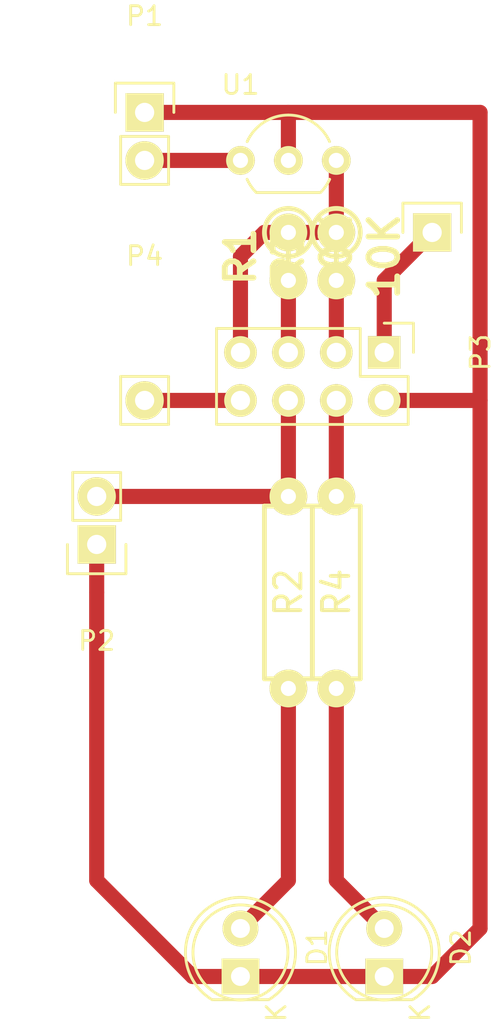
<source format=kicad_pcb>
(kicad_pcb (version 4) (host pcbnew 4.0.2+dfsg1-stable)

  (general
    (links 18)
    (no_connects 0)
    (area 139.505001 118.235 166.095 171.905001)
    (thickness 1.6)
    (drawings 0)
    (tracks 31)
    (zones 0)
    (modules 11)
    (nets 12)
  )

  (page A4)
  (layers
    (0 F.Cu signal)
    (31 B.Cu signal)
    (32 B.Adhes user)
    (33 F.Adhes user)
    (34 B.Paste user)
    (35 F.Paste user)
    (36 B.SilkS user)
    (37 F.SilkS user)
    (38 B.Mask user)
    (39 F.Mask user)
    (40 Dwgs.User user)
    (41 Cmts.User user)
    (42 Eco1.User user)
    (43 Eco2.User user)
    (44 Edge.Cuts user)
    (45 Margin user)
    (46 B.CrtYd user)
    (47 F.CrtYd user)
    (48 B.Fab user)
    (49 F.Fab user)
  )

  (setup
    (last_trace_width 0.25)
    (user_trace_width 0.8)
    (trace_clearance 0.2)
    (zone_clearance 0.508)
    (zone_45_only no)
    (trace_min 0.2)
    (segment_width 0.2)
    (edge_width 0.1)
    (via_size 0.6)
    (via_drill 0.4)
    (via_min_size 0.4)
    (via_min_drill 0.3)
    (uvia_size 0.3)
    (uvia_drill 0.1)
    (uvias_allowed no)
    (uvia_min_size 0.2)
    (uvia_min_drill 0.1)
    (pcb_text_width 0.3)
    (pcb_text_size 1.5 1.5)
    (mod_edge_width 0.15)
    (mod_text_size 1 1)
    (mod_text_width 0.15)
    (pad_size 1.5 1.5)
    (pad_drill 0.6)
    (pad_to_mask_clearance 0)
    (aux_axis_origin 0 0)
    (visible_elements FFFFFF7F)
    (pcbplotparams
      (layerselection 0x00000_00000001)
      (usegerberextensions false)
      (excludeedgelayer true)
      (linewidth 0.100000)
      (plotframeref false)
      (viasonmask false)
      (mode 1)
      (useauxorigin false)
      (hpglpennumber 1)
      (hpglpenspeed 20)
      (hpglpendiameter 15)
      (hpglpenoverlay 2)
      (psnegative false)
      (psa4output false)
      (plotreference true)
      (plotvalue true)
      (plotinvisibletext false)
      (padsonsilk false)
      (subtractmaskfromsilk false)
      (outputformat 1)
      (mirror false)
      (drillshape 0)
      (scaleselection 1)
      (outputdirectory ""))
  )

  (net 0 "")
  (net 1 "Net-(D1-Pad1)")
  (net 2 "Net-(D1-Pad2)")
  (net 3 "Net-(D2-Pad2)")
  (net 4 "Net-(P1-Pad2)")
  (net 5 "Net-(P2-Pad2)")
  (net 6 "Net-(P3-Pad1)")
  (net 7 "Net-(P3-Pad3)")
  (net 8 "Net-(P3-Pad4)")
  (net 9 "Net-(P3-Pad5)")
  (net 10 "Net-(P3-Pad7)")
  (net 11 "Net-(P3-Pad8)")

  (net_class Default "This is the default net class."
    (clearance 0.2)
    (trace_width 0.25)
    (via_dia 0.6)
    (via_drill 0.4)
    (uvia_dia 0.3)
    (uvia_drill 0.1)
    (add_net "Net-(D1-Pad1)")
    (add_net "Net-(D1-Pad2)")
    (add_net "Net-(D2-Pad2)")
    (add_net "Net-(P1-Pad2)")
    (add_net "Net-(P2-Pad2)")
    (add_net "Net-(P3-Pad1)")
    (add_net "Net-(P3-Pad3)")
    (add_net "Net-(P3-Pad4)")
    (add_net "Net-(P3-Pad5)")
    (add_net "Net-(P3-Pad7)")
    (add_net "Net-(P3-Pad8)")
  )

  (module Pin_Headers:Pin_Header_Straight_1x02 (layer F.Cu) (tedit 56EC042A) (tstamp 56EAE902)
    (at 147.32 137.16)
    (descr "Through hole pin header")
    (tags "pin header")
    (path /56E9BEE9)
    (fp_text reference P4 (at 0 -5.1) (layer F.SilkS)
      (effects (font (size 1 1) (thickness 0.15)))
    )
    (fp_text value TX (at 15.24 -8.89) (layer F.Fab)
      (effects (font (size 1 1) (thickness 0.15)))
    )
    (fp_text user RX (at 0 0) (layer Eco2.User)
      (effects (font (size 1 1) (thickness 0.15)))
    )
    (fp_line (start 1.27 1.27) (end 1.27 3.81) (layer F.SilkS) (width 0.15))
    (fp_line (start 16.79 -7.9) (end 16.79 -6.35) (layer F.SilkS) (width 0.15))
    (fp_line (start 13.49 -8.1) (end 16.99 -8.1) (layer F.CrtYd) (width 0.05))
    (fp_line (start 1.27 1.27) (end -1.27 1.27) (layer F.SilkS) (width 0.15))
    (fp_line (start 13.69 -6.35) (end 13.69 -7.9) (layer F.SilkS) (width 0.15))
    (fp_line (start 13.69 -7.9) (end 16.79 -7.9) (layer F.SilkS) (width 0.15))
    (fp_line (start -1.27 1.27) (end -1.27 3.81) (layer F.SilkS) (width 0.15))
    (fp_line (start -1.27 3.81) (end 1.27 3.81) (layer F.SilkS) (width 0.15))
    (pad 1 thru_hole rect (at 15.24 -6.35) (size 2.032 2.032) (drill 1.016) (layers *.Cu *.Mask F.SilkS)
      (net 6 "Net-(P3-Pad1)"))
    (pad 2 thru_hole oval (at 0 2.54) (size 2.032 2.032) (drill 1.016) (layers *.Cu *.Mask F.SilkS)
      (net 11 "Net-(P3-Pad8)"))
    (model Pin_Headers.3dshapes/Pin_Header_Straight_1x02.wrl
      (at (xyz 0 -0.05 0))
      (scale (xyz 1 1 1))
      (rotate (xyz 0 0 90))
    )
  )

  (module TO_SOT_Packages_THT:TO-92_Inline_Wide (layer F.Cu) (tedit 56EC0449) (tstamp 56EAE93A)
    (at 152.4 127)
    (descr "TO-92 leads in-line, wide, drill 0.8mm (see NXP sot054_po.pdf)")
    (tags "to-92 sc-43 sc-43a sot54 PA33 transistor")
    (path /56E9AE54)
    (fp_text reference U1 (at 0 -4 180) (layer F.SilkS)
      (effects (font (size 1 1) (thickness 0.15)))
    )
    (fp_text value "" (at 0 3 90) (layer F.Fab)
      (effects (font (size 1 1) (thickness 0.15)))
    )
    (fp_arc (start 2.54 0) (end 0.84 1.7) (angle 20.5) (layer F.SilkS) (width 0.15))
    (fp_arc (start 2.54 0) (end 4.24 1.7) (angle -20.5) (layer F.SilkS) (width 0.15))
    (fp_line (start -1 1.95) (end -1 -2.65) (layer F.CrtYd) (width 0.05))
    (fp_line (start -1 1.95) (end 6.1 1.95) (layer F.CrtYd) (width 0.05))
    (fp_line (start 0.84 1.7) (end 4.24 1.7) (layer F.SilkS) (width 0.15))
    (fp_arc (start 2.54 0) (end 2.54 -2.4) (angle -65.55604127) (layer F.SilkS) (width 0.15))
    (fp_arc (start 2.54 0) (end 2.54 -2.4) (angle 65.55604127) (layer F.SilkS) (width 0.15))
    (fp_line (start -1 -2.65) (end 6.1 -2.65) (layer F.CrtYd) (width 0.05))
    (fp_line (start 6.1 1.95) (end 6.1 -2.65) (layer F.CrtYd) (width 0.05))
    (pad 2 thru_hole circle (at 5.08 0 90) (size 1.524 1.524) (drill 0.8) (layers *.Cu *.Mask F.SilkS)
      (net 10 "Net-(P3-Pad7)"))
    (pad 3 thru_hole circle (at 0 0 90) (size 1.524 1.524) (drill 0.8) (layers *.Cu *.Mask F.SilkS)
      (net 4 "Net-(P1-Pad2)"))
    (pad 1 thru_hole circle (at 2.54 0 90) (size 1.524 1.524) (drill 0.8) (layers *.Cu *.Mask F.SilkS)
      (net 1 "Net-(D1-Pad1)"))
    (model TO_SOT_Packages_THT.3dshapes/TO-92_Inline_Wide.wrl
      (at (xyz 0.1 0 0))
      (scale (xyz 1 1 1))
      (rotate (xyz 0 0 -90))
    )
  )

  (module LEDs:LED-5MM (layer F.Cu) (tedit 5570F7EA) (tstamp 56EAE8AB)
    (at 152.4 170.18 90)
    (descr "LED 5mm round vertical")
    (tags "LED 5mm round vertical")
    (path /56E9A353)
    (fp_text reference D1 (at 1.524 4.064 90) (layer F.SilkS)
      (effects (font (size 1 1) (thickness 0.15)))
    )
    (fp_text value RED (at 1.524 -3.937 90) (layer F.Fab)
      (effects (font (size 1 1) (thickness 0.15)))
    )
    (fp_line (start -1.5 -1.55) (end -1.5 1.55) (layer F.CrtYd) (width 0.05))
    (fp_arc (start 1.3 0) (end -1.5 1.55) (angle -302) (layer F.CrtYd) (width 0.05))
    (fp_arc (start 1.27 0) (end -1.23 -1.5) (angle 297.5) (layer F.SilkS) (width 0.15))
    (fp_line (start -1.23 1.5) (end -1.23 -1.5) (layer F.SilkS) (width 0.15))
    (fp_circle (center 1.27 0) (end 0.97 -2.5) (layer F.SilkS) (width 0.15))
    (fp_text user K (at -1.905 1.905 90) (layer F.SilkS)
      (effects (font (size 1 1) (thickness 0.15)))
    )
    (pad 1 thru_hole rect (at 0 0 180) (size 2 1.9) (drill 1.00076) (layers *.Cu *.Mask F.SilkS)
      (net 1 "Net-(D1-Pad1)"))
    (pad 2 thru_hole circle (at 2.54 0 90) (size 1.9 1.9) (drill 1.00076) (layers *.Cu *.Mask F.SilkS)
      (net 2 "Net-(D1-Pad2)"))
    (model LEDs.3dshapes/LED-5MM.wrl
      (at (xyz 0.05 0 0))
      (scale (xyz 1 1 1))
      (rotate (xyz 0 0 90))
    )
  )

  (module LEDs:LED-5MM (layer F.Cu) (tedit 5570F7EA) (tstamp 56EAE8B7)
    (at 160.02 170.18 90)
    (descr "LED 5mm round vertical")
    (tags "LED 5mm round vertical")
    (path /56E9A3F4)
    (fp_text reference D2 (at 1.524 4.064 90) (layer F.SilkS)
      (effects (font (size 1 1) (thickness 0.15)))
    )
    (fp_text value BLUE (at 1.524 -3.937 90) (layer F.Fab)
      (effects (font (size 1 1) (thickness 0.15)))
    )
    (fp_line (start -1.5 -1.55) (end -1.5 1.55) (layer F.CrtYd) (width 0.05))
    (fp_arc (start 1.3 0) (end -1.5 1.55) (angle -302) (layer F.CrtYd) (width 0.05))
    (fp_arc (start 1.27 0) (end -1.23 -1.5) (angle 297.5) (layer F.SilkS) (width 0.15))
    (fp_line (start -1.23 1.5) (end -1.23 -1.5) (layer F.SilkS) (width 0.15))
    (fp_circle (center 1.27 0) (end 0.97 -2.5) (layer F.SilkS) (width 0.15))
    (fp_text user K (at -1.905 1.905 90) (layer F.SilkS)
      (effects (font (size 1 1) (thickness 0.15)))
    )
    (pad 1 thru_hole rect (at 0 0 180) (size 2 1.9) (drill 1.00076) (layers *.Cu *.Mask F.SilkS)
      (net 1 "Net-(D1-Pad1)"))
    (pad 2 thru_hole circle (at 2.54 0 90) (size 1.9 1.9) (drill 1.00076) (layers *.Cu *.Mask F.SilkS)
      (net 3 "Net-(D2-Pad2)"))
    (model LEDs.3dshapes/LED-5MM.wrl
      (at (xyz 0.05 0 0))
      (scale (xyz 1 1 1))
      (rotate (xyz 0 0 90))
    )
  )

  (module Pin_Headers:Pin_Header_Straight_1x02 (layer F.Cu) (tedit 54EA090C) (tstamp 56EAE8C8)
    (at 147.32 124.46)
    (descr "Through hole pin header")
    (tags "pin header")
    (path /56E9BF65)
    (fp_text reference P1 (at 0 -5.1) (layer F.SilkS)
      (effects (font (size 1 1) (thickness 0.15)))
    )
    (fp_text value "VCC, GND" (at 0 -3.1) (layer F.Fab)
      (effects (font (size 1 1) (thickness 0.15)))
    )
    (fp_line (start 1.27 1.27) (end 1.27 3.81) (layer F.SilkS) (width 0.15))
    (fp_line (start 1.55 -1.55) (end 1.55 0) (layer F.SilkS) (width 0.15))
    (fp_line (start -1.75 -1.75) (end -1.75 4.3) (layer F.CrtYd) (width 0.05))
    (fp_line (start 1.75 -1.75) (end 1.75 4.3) (layer F.CrtYd) (width 0.05))
    (fp_line (start -1.75 -1.75) (end 1.75 -1.75) (layer F.CrtYd) (width 0.05))
    (fp_line (start -1.75 4.3) (end 1.75 4.3) (layer F.CrtYd) (width 0.05))
    (fp_line (start 1.27 1.27) (end -1.27 1.27) (layer F.SilkS) (width 0.15))
    (fp_line (start -1.55 0) (end -1.55 -1.55) (layer F.SilkS) (width 0.15))
    (fp_line (start -1.55 -1.55) (end 1.55 -1.55) (layer F.SilkS) (width 0.15))
    (fp_line (start -1.27 1.27) (end -1.27 3.81) (layer F.SilkS) (width 0.15))
    (fp_line (start -1.27 3.81) (end 1.27 3.81) (layer F.SilkS) (width 0.15))
    (pad 1 thru_hole rect (at 0 0) (size 2.032 2.032) (drill 1.016) (layers *.Cu *.Mask F.SilkS)
      (net 1 "Net-(D1-Pad1)"))
    (pad 2 thru_hole oval (at 0 2.54) (size 2.032 2.032) (drill 1.016) (layers *.Cu *.Mask F.SilkS)
      (net 4 "Net-(P1-Pad2)"))
    (model Pin_Headers.3dshapes/Pin_Header_Straight_1x02.wrl
      (at (xyz 0 -0.05 0))
      (scale (xyz 1 1 1))
      (rotate (xyz 0 0 90))
    )
  )

  (module Pin_Headers:Pin_Header_Straight_1x02 (layer F.Cu) (tedit 54EA090C) (tstamp 56EAE8D9)
    (at 144.78 147.32 180)
    (descr "Through hole pin header")
    (tags "pin header")
    (path /56E9C021)
    (fp_text reference P2 (at 0 -5.1 180) (layer F.SilkS)
      (effects (font (size 1 1) (thickness 0.15)))
    )
    (fp_text value GPIO0->GND (at 0 -3.1 180) (layer F.Fab)
      (effects (font (size 1 1) (thickness 0.15)))
    )
    (fp_line (start 1.27 1.27) (end 1.27 3.81) (layer F.SilkS) (width 0.15))
    (fp_line (start 1.55 -1.55) (end 1.55 0) (layer F.SilkS) (width 0.15))
    (fp_line (start -1.75 -1.75) (end -1.75 4.3) (layer F.CrtYd) (width 0.05))
    (fp_line (start 1.75 -1.75) (end 1.75 4.3) (layer F.CrtYd) (width 0.05))
    (fp_line (start -1.75 -1.75) (end 1.75 -1.75) (layer F.CrtYd) (width 0.05))
    (fp_line (start -1.75 4.3) (end 1.75 4.3) (layer F.CrtYd) (width 0.05))
    (fp_line (start 1.27 1.27) (end -1.27 1.27) (layer F.SilkS) (width 0.15))
    (fp_line (start -1.55 0) (end -1.55 -1.55) (layer F.SilkS) (width 0.15))
    (fp_line (start -1.55 -1.55) (end 1.55 -1.55) (layer F.SilkS) (width 0.15))
    (fp_line (start -1.27 1.27) (end -1.27 3.81) (layer F.SilkS) (width 0.15))
    (fp_line (start -1.27 3.81) (end 1.27 3.81) (layer F.SilkS) (width 0.15))
    (pad 1 thru_hole rect (at 0 0 180) (size 2.032 2.032) (drill 1.016) (layers *.Cu *.Mask F.SilkS)
      (net 1 "Net-(D1-Pad1)"))
    (pad 2 thru_hole oval (at 0 2.54 180) (size 2.032 2.032) (drill 1.016) (layers *.Cu *.Mask F.SilkS)
      (net 5 "Net-(P2-Pad2)"))
    (model Pin_Headers.3dshapes/Pin_Header_Straight_1x02.wrl
      (at (xyz 0 -0.05 0))
      (scale (xyz 1 1 1))
      (rotate (xyz 0 0 90))
    )
  )

  (module Pin_Headers:Pin_Header_Straight_2x04 (layer F.Cu) (tedit 56EC0437) (tstamp 56EAE8F1)
    (at 160.02 137.16 270)
    (descr "Through hole pin header")
    (tags "pin header")
    (path /56E9B273)
    (fp_text reference P3 (at 0 -5.1 270) (layer F.SilkS)
      (effects (font (size 1 1) (thickness 0.15)))
    )
    (fp_text value "" (at 0 -3.1 270) (layer F.Fab)
      (effects (font (size 1 1) (thickness 0.15)))
    )
    (fp_line (start -1.75 -1.75) (end -1.75 9.4) (layer F.CrtYd) (width 0.05))
    (fp_line (start 4.3 -1.75) (end 4.3 9.4) (layer F.CrtYd) (width 0.05))
    (fp_line (start -1.75 -1.75) (end 4.3 -1.75) (layer F.CrtYd) (width 0.05))
    (fp_line (start -1.75 9.4) (end 4.3 9.4) (layer F.CrtYd) (width 0.05))
    (fp_line (start -1.27 1.27) (end -1.27 8.89) (layer F.SilkS) (width 0.15))
    (fp_line (start -1.27 8.89) (end 3.81 8.89) (layer F.SilkS) (width 0.15))
    (fp_line (start 3.81 8.89) (end 3.81 -1.27) (layer F.SilkS) (width 0.15))
    (fp_line (start 3.81 -1.27) (end 1.27 -1.27) (layer F.SilkS) (width 0.15))
    (fp_line (start 0 -1.55) (end -1.55 -1.55) (layer F.SilkS) (width 0.15))
    (fp_line (start 1.27 -1.27) (end 1.27 1.27) (layer F.SilkS) (width 0.15))
    (fp_line (start 1.27 1.27) (end -1.27 1.27) (layer F.SilkS) (width 0.15))
    (fp_line (start -1.55 -1.55) (end -1.55 0) (layer F.SilkS) (width 0.15))
    (pad 1 thru_hole rect (at 0 0 270) (size 1.7272 1.7272) (drill 1.016) (layers *.Cu *.Mask F.SilkS)
      (net 6 "Net-(P3-Pad1)"))
    (pad 2 thru_hole oval (at 2.54 0 270) (size 1.7272 1.7272) (drill 1.016) (layers *.Cu *.Mask F.SilkS)
      (net 1 "Net-(D1-Pad1)"))
    (pad 3 thru_hole oval (at 0 2.54 270) (size 1.7272 1.7272) (drill 1.016) (layers *.Cu *.Mask F.SilkS)
      (net 7 "Net-(P3-Pad3)"))
    (pad 4 thru_hole oval (at 2.54 2.54 270) (size 1.7272 1.7272) (drill 1.016) (layers *.Cu *.Mask F.SilkS)
      (net 8 "Net-(P3-Pad4)"))
    (pad 5 thru_hole oval (at 0 5.08 270) (size 1.7272 1.7272) (drill 1.016) (layers *.Cu *.Mask F.SilkS)
      (net 9 "Net-(P3-Pad5)"))
    (pad 6 thru_hole oval (at 2.54 5.08 270) (size 1.7272 1.7272) (drill 1.016) (layers *.Cu *.Mask F.SilkS)
      (net 5 "Net-(P2-Pad2)"))
    (pad 7 thru_hole oval (at 0 7.62 270) (size 1.7272 1.7272) (drill 1.016) (layers *.Cu *.Mask F.SilkS)
      (net 10 "Net-(P3-Pad7)"))
    (pad 8 thru_hole oval (at 2.54 7.62 270) (size 1.7272 1.7272) (drill 1.016) (layers *.Cu *.Mask F.SilkS)
      (net 11 "Net-(P3-Pad8)"))
    (model Pin_Headers.3dshapes/Pin_Header_Straight_2x04.wrl
      (at (xyz 0.05 -0.15 0))
      (scale (xyz 1 1 1))
      (rotate (xyz 0 0 90))
    )
  )

  (module w_pth_resistors:rc05_vert (layer F.Cu) (tedit 0) (tstamp 56EAE90A)
    (at 154.94 132.08 270)
    (descr "Resistor, RC05 vertical")
    (path /56E9A207)
    (fp_text reference R1 (at 0 2.54 270) (layer F.SilkS)
      (effects (font (thickness 0.3048)))
    )
    (fp_text value 10K (at 0 -2.54 270) (layer F.SilkS)
      (effects (font (thickness 0.3048)))
    )
    (fp_line (start -1.27 0) (end 1.27 0) (layer F.SilkS) (width 0.254))
    (fp_circle (center -1.27 0) (end 0 0) (layer F.SilkS) (width 0.254))
    (pad 1 thru_hole circle (at -1.27 0 270) (size 1.99898 1.99898) (drill 0.8001) (layers *.Cu *.Mask F.SilkS)
      (net 10 "Net-(P3-Pad7)"))
    (pad 2 thru_hole circle (at 1.27 0 270) (size 1.99898 1.99898) (drill 0.8001) (layers *.Cu *.Mask F.SilkS)
      (net 9 "Net-(P3-Pad5)"))
    (model walter/pth_resistors/rc05vert.wrl
      (at (xyz 0 0 0))
      (scale (xyz 1 1 1))
      (rotate (xyz 0 0 0))
    )
  )

  (module w_pth_resistors:RC05 (layer F.Cu) (tedit 0) (tstamp 56EAE916)
    (at 154.94 149.86 270)
    (descr "Resistor, RC05")
    (tags R)
    (path /56E9A0E8)
    (autoplace_cost180 10)
    (fp_text reference R2 (at 0 0 270) (layer F.SilkS)
      (effects (font (size 1.397 1.27) (thickness 0.2032)))
    )
    (fp_text value 560 (at 0 2.032 270) (layer F.SilkS) hide
      (effects (font (size 1.397 1.27) (thickness 0.2032)))
    )
    (fp_line (start 4.572 1.27) (end -4.572 1.27) (layer F.SilkS) (width 0.254))
    (fp_line (start -4.572 1.27) (end -4.572 -1.27) (layer F.SilkS) (width 0.254))
    (fp_line (start -4.572 -1.27) (end 4.572 -1.27) (layer F.SilkS) (width 0.254))
    (fp_line (start 4.572 -1.27) (end 4.572 1.27) (layer F.SilkS) (width 0.254))
    (fp_line (start -5.08 0) (end -4.572 0) (layer F.SilkS) (width 0.3048))
    (fp_line (start 5.08 0) (end 4.572 0) (layer F.SilkS) (width 0.3048))
    (pad 1 thru_hole circle (at -5.08 0 270) (size 1.99898 1.99898) (drill 0.8001) (layers *.Cu *.Mask F.SilkS)
      (net 5 "Net-(P2-Pad2)"))
    (pad 2 thru_hole circle (at 5.08 0 270) (size 1.99898 1.99898) (drill 0.8001) (layers *.Cu *.Mask F.SilkS)
      (net 2 "Net-(D1-Pad2)"))
    (model walter/pth_resistors/rc05.wrl
      (at (xyz 0 0 0))
      (scale (xyz 1 1 1))
      (rotate (xyz 0 0 0))
    )
  )

  (module w_pth_resistors:rc05_vert (layer F.Cu) (tedit 0) (tstamp 56EAE91E)
    (at 157.48 132.08 270)
    (descr "Resistor, RC05 vertical")
    (path /56E9A2D8)
    (fp_text reference R3 (at 0 2.54 270) (layer F.SilkS)
      (effects (font (thickness 0.3048)))
    )
    (fp_text value 10K (at 0 -2.54 270) (layer F.SilkS)
      (effects (font (thickness 0.3048)))
    )
    (fp_line (start -1.27 0) (end 1.27 0) (layer F.SilkS) (width 0.254))
    (fp_circle (center -1.27 0) (end 0 0) (layer F.SilkS) (width 0.254))
    (pad 1 thru_hole circle (at -1.27 0 270) (size 1.99898 1.99898) (drill 0.8001) (layers *.Cu *.Mask F.SilkS)
      (net 10 "Net-(P3-Pad7)"))
    (pad 2 thru_hole circle (at 1.27 0 270) (size 1.99898 1.99898) (drill 0.8001) (layers *.Cu *.Mask F.SilkS)
      (net 7 "Net-(P3-Pad3)"))
    (model walter/pth_resistors/rc05vert.wrl
      (at (xyz 0 0 0))
      (scale (xyz 1 1 1))
      (rotate (xyz 0 0 0))
    )
  )

  (module w_pth_resistors:RC05 (layer F.Cu) (tedit 0) (tstamp 56EAE92A)
    (at 157.48 149.86 270)
    (descr "Resistor, RC05")
    (tags R)
    (path /56E9A131)
    (autoplace_cost180 10)
    (fp_text reference R4 (at 0 0 270) (layer F.SilkS)
      (effects (font (size 1.397 1.27) (thickness 0.2032)))
    )
    (fp_text value 560 (at 0 2.032 270) (layer F.SilkS) hide
      (effects (font (size 1.397 1.27) (thickness 0.2032)))
    )
    (fp_line (start 4.572 1.27) (end -4.572 1.27) (layer F.SilkS) (width 0.254))
    (fp_line (start -4.572 1.27) (end -4.572 -1.27) (layer F.SilkS) (width 0.254))
    (fp_line (start -4.572 -1.27) (end 4.572 -1.27) (layer F.SilkS) (width 0.254))
    (fp_line (start 4.572 -1.27) (end 4.572 1.27) (layer F.SilkS) (width 0.254))
    (fp_line (start -5.08 0) (end -4.572 0) (layer F.SilkS) (width 0.3048))
    (fp_line (start 5.08 0) (end 4.572 0) (layer F.SilkS) (width 0.3048))
    (pad 1 thru_hole circle (at -5.08 0 270) (size 1.99898 1.99898) (drill 0.8001) (layers *.Cu *.Mask F.SilkS)
      (net 8 "Net-(P3-Pad4)"))
    (pad 2 thru_hole circle (at 5.08 0 270) (size 1.99898 1.99898) (drill 0.8001) (layers *.Cu *.Mask F.SilkS)
      (net 3 "Net-(D2-Pad2)"))
    (model walter/pth_resistors/rc05.wrl
      (at (xyz 0 0 0))
      (scale (xyz 1 1 1))
      (rotate (xyz 0 0 0))
    )
  )

  (segment (start 160.02 170.18) (end 162.56 170.18) (width 0.8) (layer F.Cu) (net 1))
  (segment (start 165.1 167.64) (end 165.1 139.7) (width 0.8) (layer F.Cu) (net 1) (tstamp 56EAEF96))
  (segment (start 162.56 170.18) (end 165.1 167.64) (width 0.8) (layer F.Cu) (net 1) (tstamp 56EAEF95))
  (segment (start 144.78 147.32) (end 144.78 149.86) (width 0.8) (layer F.Cu) (net 1))
  (segment (start 152.4 170.18) (end 149.86 170.18) (width 0.8) (layer F.Cu) (net 1))
  (segment (start 149.86 170.18) (end 144.78 165.1) (width 0.8) (layer F.Cu) (net 1) (tstamp 56EAEF8C))
  (segment (start 144.78 165.1) (end 144.78 149.86) (width 0.8) (layer F.Cu) (net 1) (tstamp 56EAEF8D))
  (segment (start 160.02 170.18) (end 152.4 170.18) (width 0.8) (layer F.Cu) (net 1))
  (segment (start 154.94 124.46) (end 165.1 124.46) (width 0.8) (layer F.Cu) (net 1))
  (segment (start 165.1 124.46) (end 165.1 139.7) (width 0.8) (layer F.Cu) (net 1) (tstamp 56EAEF45))
  (segment (start 147.32 124.46) (end 154.94 124.46) (width 0.8) (layer F.Cu) (net 1))
  (segment (start 154.94 124.46) (end 154.94 127) (width 0.8) (layer F.Cu) (net 1) (tstamp 56EAEF42))
  (segment (start 160.02 139.7) (end 165.1 139.7) (width 0.8) (layer F.Cu) (net 1))
  (segment (start 154.94 154.94) (end 154.94 165.1) (width 0.8) (layer F.Cu) (net 2))
  (segment (start 154.94 165.1) (end 152.4 167.64) (width 0.8) (layer F.Cu) (net 2) (tstamp 56EAEF84))
  (segment (start 160.02 167.64) (end 157.48 165.1) (width 0.8) (layer F.Cu) (net 3))
  (segment (start 157.48 165.1) (end 157.48 154.94) (width 0.8) (layer F.Cu) (net 3) (tstamp 56EAEF87))
  (segment (start 147.32 127) (end 152.4 127) (width 0.8) (layer F.Cu) (net 4))
  (segment (start 144.78 144.78) (end 154.94 144.78) (width 0.8) (layer F.Cu) (net 5))
  (segment (start 154.94 139.7) (end 154.94 144.78) (width 0.8) (layer F.Cu) (net 5))
  (segment (start 160.02 137.16) (end 160.02 133.35) (width 0.8) (layer F.Cu) (net 6))
  (segment (start 160.02 133.35) (end 162.56 130.81) (width 0.8) (layer F.Cu) (net 6) (tstamp 56EAEF3D))
  (segment (start 157.48 133.35) (end 157.48 137.16) (width 0.8) (layer F.Cu) (net 7))
  (segment (start 157.48 139.7) (end 157.48 144.78) (width 0.8) (layer F.Cu) (net 8))
  (segment (start 154.94 133.35) (end 154.94 137.16) (width 0.8) (layer F.Cu) (net 9))
  (segment (start 154.94 130.81) (end 157.48 130.81) (width 0.8) (layer F.Cu) (net 10))
  (segment (start 157.48 127) (end 157.48 130.81) (width 0.8) (layer F.Cu) (net 10))
  (segment (start 154.94 130.81) (end 153.67 130.81) (width 0.8) (layer F.Cu) (net 10))
  (segment (start 152.4 132.08) (end 152.4 137.16) (width 0.8) (layer F.Cu) (net 10) (tstamp 56EAEC9D))
  (segment (start 153.67 130.81) (end 152.4 132.08) (width 0.8) (layer F.Cu) (net 10) (tstamp 56EAEC9C))
  (segment (start 152.4 139.7) (end 147.32 139.7) (width 0.8) (layer F.Cu) (net 11))

)

</source>
